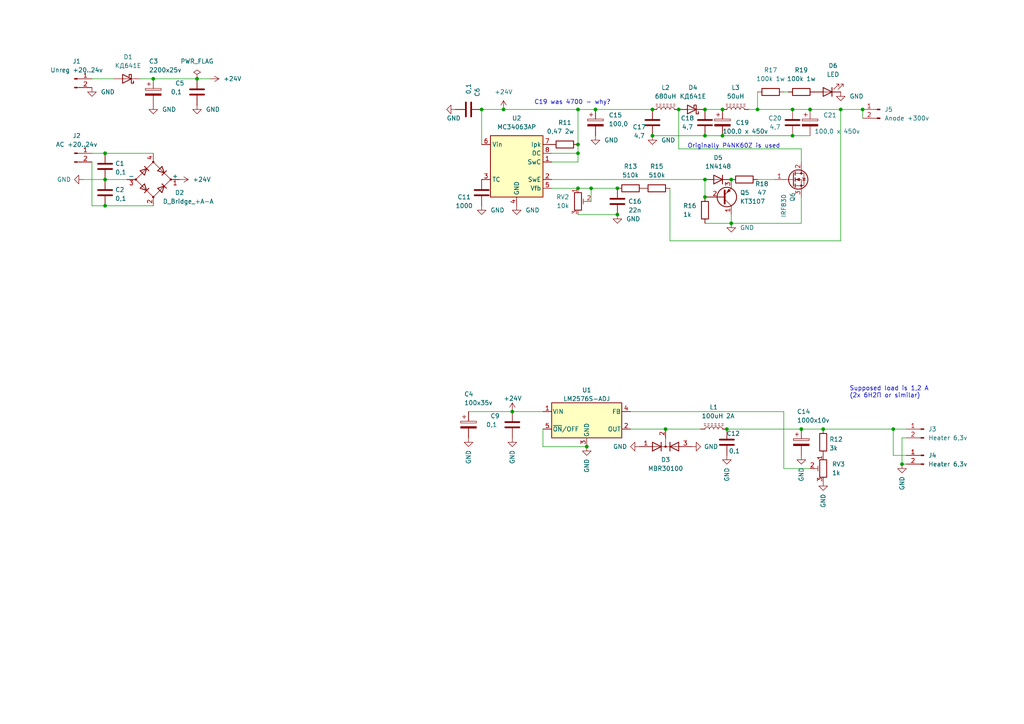
<source format=kicad_sch>
(kicad_sch (version 20211123) (generator eeschema)
  (paper "A4")
  (lib_symbols
    (symbol "Connector:Conn_01x02_Male" (pin_names (offset 1.016) hide)
      (property "Reference" "J" (at 0 2.54 0))
      (property "Value" "Conn_01x02_Male" (at 0 -5.08 0))
      (symbol "Conn_01x02_Male_1_1"
        (polyline (pts (xy 1.27 -2.54) (xy 0.8636 -2.54)) (stroke (width 0.1524)))
        (polyline (pts (xy 1.27 0) (xy 0.8636 0)) (stroke (width 0.1524)))
        (rectangle (start 0.8636 -2.413) (end 0 -2.667) (stroke (width 0.1524)) (fill (type outline)))
        (rectangle (start 0.8636 0.127) (end 0 -0.127) (stroke (width 0.1524)) (fill (type outline)))
        (pin passive line (at 5.08 0 180) (length 3.81) (name "Pin_1") (number "1"))
        (pin passive line (at 5.08 -2.54 180) (length 3.81) (name "Pin_2") (number "2"))
      )
    )
    (symbol "Device:C" (pin_numbers hide) (pin_names (offset 0.254))
      (property "Reference" "C" (at 0.635 2.54 0))
      (property "Value" "C" (at 0.635 -2.54 0))
      (symbol "C_0_1"
        (polyline (pts (xy -2.032 -0.762) (xy 2.032 -0.762)) (stroke (width 0.508)))
        (polyline (pts (xy -2.032 0.762) (xy 2.032 0.762)) (stroke (width 0.508)))
      )
      (symbol "C_1_1"
        (pin passive line (at 0 3.81 270) (length 2.794) (name "~") (number "1"))
        (pin passive line (at 0 -3.81 90) (length 2.794) (name "~") (number "2"))
      )
    )
    (symbol "Device:C_Polarized" (pin_numbers hide) (pin_names (offset 0.254))
      (property "Reference" "C" (at 0.635 2.54 0))
      (property "Value" "C_Polarized" (at 0.635 -2.54 0))
      (symbol "C_Polarized_0_1"
        (rectangle (start -2.286 0.508) (end 2.286 1.016))
        (polyline (pts (xy -1.778 2.286) (xy -0.762 2.286)))
        (polyline (pts (xy -1.27 2.794) (xy -1.27 1.778)))
        (rectangle (start 2.286 -0.508) (end -2.286 -1.016) (fill (type outline)))
      )
      (symbol "C_Polarized_1_1"
        (pin passive line (at 0 3.81 270) (length 2.794) (name "~") (number "1"))
        (pin passive line (at 0 -3.81 90) (length 2.794) (name "~") (number "2"))
      )
    )
    (symbol "Device:D_Bridge_+A-A" (pin_names (offset 0))
      (property "Reference" "D" (at 2.54 6.985 0))
      (property "Value" "D_Bridge_+A-A" (at 2.54 5.08 0))
      (symbol "D_Bridge_+A-A_0_1"
        (circle (center -5.08 0) (radius 0.254) (fill (type outline)))
        (circle (center 0 -5.08) (radius 0.254) (fill (type outline)))
        (polyline (pts (xy -2.54 3.81) (xy -1.27 2.54)) (stroke (width 0.254)))
        (polyline (pts (xy -1.27 -2.54) (xy -2.54 -3.81)) (stroke (width 0.254)))
        (polyline (pts (xy 2.54 -1.27) (xy 3.81 -2.54)) (stroke (width 0.254)))
        (polyline (pts (xy 2.54 1.27) (xy 3.81 2.54)) (stroke (width 0.254)))
        (polyline (pts (xy -3.81 2.54) (xy -2.54 1.27) (xy -1.905 3.175) (xy -3.81 2.54)) (stroke (width 0.254)))
        (polyline (pts (xy -2.54 -1.27) (xy -3.81 -2.54) (xy -1.905 -3.175) (xy -2.54 -1.27)) (stroke (width 0.254)))
        (polyline (pts (xy 1.27 2.54) (xy 2.54 3.81) (xy 3.175 1.905) (xy 1.27 2.54)) (stroke (width 0.254)))
        (polyline (pts (xy 3.175 -1.905) (xy 1.27 -2.54) (xy 2.54 -3.81) (xy 3.175 -1.905)) (stroke (width 0.254)))
        (polyline (pts (xy -5.08 0) (xy 0 -5.08) (xy 5.08 0) (xy 0 5.08) (xy -5.08 0)))
        (circle (center 0 5.08) (radius 0.254) (fill (type outline)))
        (circle (center 5.08 0) (radius 0.254) (fill (type outline)))
      )
      (symbol "D_Bridge_+A-A_1_1"
        (pin passive line (at 7.62 0 180) (length 2.54) (name "+") (number "1"))
        (pin passive line (at 0 -7.62 90) (length 2.54) (name "~") (number "2"))
        (pin passive line (at -7.62 0 0) (length 2.54) (name "-") (number "3"))
        (pin passive line (at 0 7.62 270) (length 2.54) (name "~") (number "4"))
      )
    )
    (symbol "Device:D_Dual_CommonCathode_AKA" (pin_names (offset 0.762) hide)
      (property "Reference" "D" (at 1.27 -2.54 0))
      (property "Value" "D_Dual_CommonCathode_AKA" (at 0 2.54 0))
      (symbol "D_Dual_CommonCathode_AKA_0_1"
        (polyline (pts (xy 0 0) (xy 0 -2.54)))
        (polyline (pts (xy 3.81 0) (xy -3.81 0)))
        (polyline (pts (xy -1.27 -1.27) (xy -1.27 1.27) (xy -1.27 1.27)) (stroke (width 0.254)))
        (polyline (pts (xy 1.27 -1.27) (xy 1.27 1.27) (xy 1.27 1.27)) (stroke (width 0.254)))
        (polyline (pts (xy -3.81 1.27) (xy -1.27 0) (xy -3.81 -1.27) (xy -3.81 1.27) (xy -3.81 1.27) (xy -3.81 1.27)) (stroke (width 0.254)))
        (polyline (pts (xy 3.81 -1.27) (xy 1.27 0) (xy 3.81 1.27) (xy 3.81 -1.27) (xy 3.81 -1.27) (xy 3.81 -1.27)) (stroke (width 0.254)))
        (circle (center 0 0) (radius 0.254) (fill (type outline)))
        (pin passive line (at -7.62 0 0) (length 3.81) (name "A") (number "1"))
        (pin passive line (at 0 -5.08 90) (length 2.54) (name "K") (number "2"))
        (pin passive line (at 7.62 0 180) (length 3.81) (name "A") (number "3"))
      )
    )
    (symbol "Device:D_Schottky" (pin_numbers hide) (pin_names (offset 1.016) hide)
      (property "Reference" "D" (at 0 2.54 0))
      (property "Value" "D_Schottky" (at 0 -2.54 0))
      (symbol "D_Schottky_0_1"
        (polyline (pts (xy 1.27 0) (xy -1.27 0)))
        (polyline (pts (xy 1.27 1.27) (xy 1.27 -1.27) (xy -1.27 0) (xy 1.27 1.27)) (stroke (width 0.254)))
        (polyline (pts (xy -1.905 0.635) (xy -1.905 1.27) (xy -1.27 1.27) (xy -1.27 -1.27) (xy -0.635 -1.27) (xy -0.635 -0.635)) (stroke (width 0.254)))
      )
      (symbol "D_Schottky_1_1"
        (pin passive line (at -3.81 0 0) (length 2.54) (name "K") (number "1"))
        (pin passive line (at 3.81 0 180) (length 2.54) (name "A") (number "2"))
      )
    )
    (symbol "Device:LED" (pin_numbers hide) (pin_names (offset 1.016) hide)
      (property "Reference" "D" (at 0 2.54 0))
      (property "Value" "LED" (at 0 -2.54 0))
      (symbol "LED_0_1"
        (polyline (pts (xy -1.27 -1.27) (xy -1.27 1.27)) (stroke (width 0.254)))
        (polyline (pts (xy -1.27 0) (xy 1.27 0)))
        (polyline (pts (xy 1.27 -1.27) (xy 1.27 1.27) (xy -1.27 0) (xy 1.27 -1.27)) (stroke (width 0.254)))
        (polyline (pts (xy -3.048 -0.762) (xy -4.572 -2.286) (xy -3.81 -2.286) (xy -4.572 -2.286) (xy -4.572 -1.524)))
        (polyline (pts (xy -1.778 -0.762) (xy -3.302 -2.286) (xy -2.54 -2.286) (xy -3.302 -2.286) (xy -3.302 -1.524)))
      )
      (symbol "LED_1_1"
        (pin passive line (at -3.81 0 0) (length 2.54) (name "K") (number "1"))
        (pin passive line (at 3.81 0 180) (length 2.54) (name "A") (number "2"))
      )
    )
    (symbol "Device:L_Ferrite" (pin_numbers hide) (pin_names (offset 1.016) hide)
      (property "Reference" "L" (at -1.27 0 90))
      (property "Value" "L_Ferrite" (at 2.794 0 90))
      (symbol "L_Ferrite_0_1"
        (arc (start 0 -2.54) (mid 0.635 -1.905) (end 0 -1.27))
        (arc (start 0 -1.27) (mid 0.635 -0.635) (end 0 0))
        (polyline (pts (xy 1.016 -2.794) (xy 1.016 -2.286)))
        (polyline (pts (xy 1.016 -1.778) (xy 1.016 -1.27)))
        (polyline (pts (xy 1.016 -0.762) (xy 1.016 -0.254)))
        (polyline (pts (xy 1.016 0.254) (xy 1.016 0.762)))
        (polyline (pts (xy 1.016 1.27) (xy 1.016 1.778)))
        (polyline (pts (xy 1.016 2.286) (xy 1.016 2.794)))
        (polyline (pts (xy 1.524 -2.286) (xy 1.524 -2.794)))
        (polyline (pts (xy 1.524 -1.27) (xy 1.524 -1.778)))
        (polyline (pts (xy 1.524 -0.254) (xy 1.524 -0.762)))
        (polyline (pts (xy 1.524 0.762) (xy 1.524 0.254)))
        (polyline (pts (xy 1.524 1.778) (xy 1.524 1.27)))
        (polyline (pts (xy 1.524 2.794) (xy 1.524 2.286)))
        (arc (start 0 0) (mid 0.635 0.635) (end 0 1.27))
        (arc (start 0 1.27) (mid 0.635 1.905) (end 0 2.54))
      )
      (symbol "L_Ferrite_1_1"
        (pin passive line (at 0 3.81 270) (length 1.27) (name "1") (number "1"))
        (pin passive line (at 0 -3.81 90) (length 1.27) (name "2") (number "2"))
      )
    )
    (symbol "Device:Q_NMOS_GDS" (pin_names (offset 0) hide)
      (property "Reference" "Q" (at 5.08 1.27 0))
      (property "Value" "Q_NMOS_GDS" (at 5.08 -1.27 0))
      (symbol "Q_NMOS_GDS_0_1"
        (polyline (pts (xy 0.254 0) (xy -2.54 0)))
        (polyline (pts (xy 0.254 1.905) (xy 0.254 -1.905)) (stroke (width 0.254)))
        (polyline (pts (xy 0.762 -1.27) (xy 0.762 -2.286)) (stroke (width 0.254)))
        (polyline (pts (xy 0.762 0.508) (xy 0.762 -0.508)) (stroke (width 0.254)))
        (polyline (pts (xy 0.762 2.286) (xy 0.762 1.27)) (stroke (width 0.254)))
        (polyline (pts (xy 2.54 2.54) (xy 2.54 1.778)))
        (polyline (pts (xy 2.54 -2.54) (xy 2.54 0) (xy 0.762 0)))
        (polyline (pts (xy 0.762 -1.778) (xy 3.302 -1.778) (xy 3.302 1.778) (xy 0.762 1.778)))
        (polyline (pts (xy 1.016 0) (xy 2.032 0.381) (xy 2.032 -0.381) (xy 1.016 0)) (fill (type outline)))
        (polyline (pts (xy 2.794 0.508) (xy 2.921 0.381) (xy 3.683 0.381) (xy 3.81 0.254)))
        (polyline (pts (xy 3.302 0.381) (xy 2.921 -0.254) (xy 3.683 -0.254) (xy 3.302 0.381)))
        (circle (center 1.651 0) (radius 2.794) (stroke (width 0.254)))
        (circle (center 2.54 -1.778) (radius 0.254) (fill (type outline)))
        (circle (center 2.54 1.778) (radius 0.254) (fill (type outline)))
      )
      (symbol "Q_NMOS_GDS_1_1"
        (pin input line (at -5.08 0 0) (length 2.54) (name "G") (number "1"))
        (pin passive line (at 2.54 5.08 270) (length 2.54) (name "D") (number "2"))
        (pin passive line (at 2.54 -5.08 90) (length 2.54) (name "S") (number "3"))
      )
    )
    (symbol "Device:Q_PNP_CBE" (pin_names (offset 0) hide)
      (property "Reference" "Q" (at 5.08 1.27 0))
      (property "Value" "Q_PNP_CBE" (at 5.08 -1.27 0))
      (symbol "Q_PNP_CBE_0_1"
        (polyline (pts (xy 0.635 0.635) (xy 2.54 2.54)))
        (polyline (pts (xy 0.635 -0.635) (xy 2.54 -2.54) (xy 2.54 -2.54)))
        (polyline (pts (xy 0.635 1.905) (xy 0.635 -1.905) (xy 0.635 -1.905)) (stroke (width 0.508)))
        (polyline (pts (xy 2.286 -1.778) (xy 1.778 -2.286) (xy 1.27 -1.27) (xy 2.286 -1.778) (xy 2.286 -1.778)) (fill (type outline)))
        (circle (center 1.27 0) (radius 2.8194) (stroke (width 0.254)))
      )
      (symbol "Q_PNP_CBE_1_1"
        (pin passive line (at 2.54 5.08 270) (length 2.54) (name "C") (number "1"))
        (pin input line (at -5.08 0 0) (length 5.715) (name "B") (number "2"))
        (pin passive line (at 2.54 -5.08 90) (length 2.54) (name "E") (number "3"))
      )
    )
    (symbol "Device:R" (pin_numbers hide) (pin_names (offset 0))
      (property "Reference" "R" (at 2.032 0 90))
      (property "Value" "R" (at 0 0 90))
      (symbol "R_0_1"
        (rectangle (start -1.016 -2.54) (end 1.016 2.54) (stroke (width 0.254)))
      )
      (symbol "R_1_1"
        (pin passive line (at 0 3.81 270) (length 1.27) (name "~") (number "1"))
        (pin passive line (at 0 -3.81 90) (length 1.27) (name "~") (number "2"))
      )
    )
    (symbol "Device:R_Potentiometer_Trim" (pin_names (offset 1.016) hide)
      (property "Reference" "RV" (at -4.445 0 90))
      (property "Value" "R_Potentiometer_Trim" (at -2.54 0 90))
      (symbol "R_Potentiometer_Trim_0_1"
        (polyline (pts (xy 1.524 0.762) (xy 1.524 -0.762)))
        (polyline (pts (xy 2.54 0) (xy 1.524 0)))
        (rectangle (start 1.016 2.54) (end -1.016 -2.54) (stroke (width 0.254)))
      )
      (symbol "R_Potentiometer_Trim_1_1"
        (pin passive line (at 0 3.81 270) (length 1.27) (name "1") (number "1"))
        (pin passive line (at 3.81 0 180) (length 1.27) (name "2") (number "2"))
        (pin passive line (at 0 -3.81 90) (length 1.27) (name "3") (number "3"))
      )
    )
    (symbol "Diode:1N4148" (pin_numbers hide) (pin_names hide)
      (property "Reference" "D" (at 0 2.54 0))
      (property "Value" "1N4148" (at 0 -2.54 0))
      (symbol "1N4148_0_1"
        (polyline (pts (xy -1.27 1.27) (xy -1.27 -1.27)) (stroke (width 0.254)))
        (polyline (pts (xy 1.27 0) (xy -1.27 0)))
        (polyline (pts (xy 1.27 1.27) (xy 1.27 -1.27) (xy -1.27 0) (xy 1.27 1.27)) (stroke (width 0.254)))
      )
      (symbol "1N4148_1_1"
        (pin passive line (at -3.81 0 0) (length 2.54) (name "K") (number "1"))
        (pin passive line (at 3.81 0 180) (length 2.54) (name "A") (number "2"))
      )
    )
    (symbol "Regulator_Switching:LM2576S-ADJ" (pin_names (offset 0.254))
      (property "Reference" "U" (at -10.16 6.35 0))
      (property "Value" "LM2576S-ADJ" (at 0 6.35 0))
      (symbol "LM2576S-ADJ_0_1"
        (rectangle (start -10.16 5.08) (end 10.16 -5.08) (stroke (width 0.254)) (fill (type background)))
      )
      (symbol "LM2576S-ADJ_1_1"
        (pin power_in line (at -12.7 2.54 0) (length 2.54) (name "VIN") (number "1"))
        (pin output line (at 12.7 -2.54 180) (length 2.54) (name "OUT") (number "2"))
        (pin power_in line (at 0 -7.62 90) (length 2.54) (name "GND") (number "3"))
        (pin input line (at 12.7 2.54 180) (length 2.54) (name "FB") (number "4"))
        (pin input line (at -12.7 -2.54 0) (length 2.54) (name "~{ON}/OFF") (number "5"))
      )
    )
    (symbol "Regulator_Switching:MC34063AP"
      (property "Reference" "U" (at -7.62 8.89 0))
      (property "Value" "MC34063AP" (at 0 8.89 0))
      (symbol "MC34063AP_0_1"
        (rectangle (start -7.62 7.62) (end 7.62 -10.16) (stroke (width 0.254)) (fill (type background)))
      )
      (symbol "MC34063AP_1_1"
        (pin open_collector line (at 10.16 0 180) (length 2.54) (name "SwC") (number "1"))
        (pin open_emitter line (at 10.16 -5.08 180) (length 2.54) (name "SwE") (number "2"))
        (pin passive line (at -10.16 -5.08 0) (length 2.54) (name "TC") (number "3"))
        (pin power_in line (at 0 -12.7 90) (length 2.54) (name "GND") (number "4"))
        (pin input line (at 10.16 -7.62 180) (length 2.54) (name "Vfb") (number "5"))
        (pin power_in line (at -10.16 5.08 0) (length 2.54) (name "Vin") (number "6"))
        (pin input line (at 10.16 5.08 180) (length 2.54) (name "Ipk") (number "7"))
        (pin open_collector line (at 10.16 2.54 180) (length 2.54) (name "DC") (number "8"))
      )
    )
    (symbol "power:+24V" (power) (pin_names (offset 0))
      (property "Value" "+24V" (at 0 3.556 0))
      (symbol "+24V_0_1"
        (polyline (pts (xy -0.762 1.27) (xy 0 2.54)))
        (polyline (pts (xy 0 0) (xy 0 2.54)))
        (polyline (pts (xy 0 2.54) (xy 0.762 1.27)))
      )
      (symbol "+24V_1_1"
        (pin power_in line (at 0 0 90) (length 0) hide (name "+24V") (number "1"))
      )
    )
    (symbol "power:GND" (power) (pin_names (offset 0))
      (property "Value" "GND" (at 0 -3.81 0))
      (symbol "GND_0_1"
        (polyline (pts (xy 0 0) (xy 0 -1.27) (xy 1.27 -1.27) (xy 0 -2.54) (xy -1.27 -1.27) (xy 0 -1.27)))
      )
      (symbol "GND_1_1"
        (pin power_in line (at 0 0 270) (length 0) hide (name "GND") (number "1"))
      )
    )
    (symbol "power:PWR_FLAG" (power) (pin_numbers hide) (pin_names (offset 0) hide)
      (property "Value" "PWR_FLAG" (at 0 3.81 0))
      (symbol "PWR_FLAG_0_0"
        (pin power_out line (at 0 0 90) (length 0) (name "pwr") (number "1"))
      )
      (symbol "PWR_FLAG_0_1"
        (polyline (pts (xy 0 0) (xy 0 1.27) (xy -1.016 1.905) (xy 0 2.54) (xy 1.016 1.905) (xy 0 1.27)))
      )
    )
  )
  (junction (at 209.55 31.75))
  (junction (at 179.07 62.23))
  (junction (at 30.48 52.07))
  (junction (at 261.62 134.62))
  (junction (at 250.19 31.75))
  (junction (at 259.08 124.46))
  (junction (at 146.05 31.75))
  (junction (at 204.47 57.15))
  (junction (at 167.64 31.75))
  (junction (at 209.55 39.37))
  (junction (at 171.45 54.61))
  (junction (at 210.82 124.46))
  (junction (at 243.84 31.75))
  (junction (at 167.64 41.91))
  (junction (at 229.87 39.37))
  (junction (at 167.64 54.61))
  (junction (at 193.04 124.46))
  (junction (at 212.09 64.77))
  (junction (at 179.07 54.61))
  (junction (at 219.71 31.75))
  (junction (at 204.47 31.75))
  (junction (at 204.47 39.37))
  (junction (at 189.23 39.37))
  (junction (at 189.23 31.75))
  (junction (at 167.64 44.45))
  (junction (at 196.85 31.75))
  (junction (at 170.18 129.54))
  (junction (at 229.87 31.75))
  (junction (at 234.95 31.75))
  (junction (at 204.47 52.07))
  (junction (at 44.45 22.86))
  (junction (at 30.48 59.69))
  (junction (at 57.15 22.86))
  (junction (at 212.09 52.07))
  (junction (at 238.76 124.46))
  (junction (at 232.41 124.46))
  (junction (at 172.72 31.75))
  (junction (at 148.59 119.38))
  (junction (at 30.48 44.45))
  (junction (at 139.7 31.75))
  (wire (pts (xy 204.47 39.37) (xy 209.55 39.37)))
  (wire (pts (xy 219.71 26.67) (xy 219.71 31.75)))
  (wire (pts (xy 157.48 124.46) (xy 157.48 129.54)))
  (wire (pts (xy 160.02 52.07) (xy 204.47 52.07)))
  (wire (pts (xy 232.41 57.15) (xy 232.41 64.77)))
  (wire (pts (xy 227.33 119.38) (xy 182.88 119.38)))
  (wire (pts (xy 259.08 124.46) (xy 238.76 124.46)))
  (wire (pts (xy 196.85 43.18) (xy 232.41 43.18)))
  (wire (pts (xy 227.33 26.67) (xy 228.6 26.67)))
  (wire (pts (xy 157.48 129.54) (xy 170.18 129.54)))
  (wire (pts (xy 44.45 59.69) (xy 30.48 59.69)))
  (wire (pts (xy 227.33 135.89) (xy 227.33 119.38)))
  (wire (pts (xy 135.89 119.38) (xy 148.59 119.38)))
  (wire (pts (xy 171.45 54.61) (xy 171.45 58.42)))
  (wire (pts (xy 229.87 39.37) (xy 234.95 39.37)))
  (wire (pts (xy 234.95 31.75) (xy 243.84 31.75)))
  (wire (pts (xy 219.71 31.75) (xy 229.87 31.75)))
  (wire (pts (xy 172.72 31.75) (xy 189.23 31.75)))
  (wire (pts (xy 262.89 132.08) (xy 259.08 132.08)))
  (wire (pts (xy 196.85 43.18) (xy 196.85 31.75)))
  (wire (pts (xy 194.31 54.61) (xy 194.31 69.85)))
  (wire (pts (xy 243.84 31.75) (xy 250.19 31.75)))
  (wire (pts (xy 217.17 31.75) (xy 219.71 31.75)))
  (wire (pts (xy 259.08 124.46) (xy 262.89 124.46)))
  (wire (pts (xy 57.15 22.86) (xy 60.96 22.86)))
  (wire (pts (xy 203.2 124.46) (xy 193.04 124.46)))
  (wire (pts (xy 229.87 31.75) (xy 234.95 31.75)))
  (wire (pts (xy 259.08 132.08) (xy 259.08 124.46)))
  (wire (pts (xy 194.31 69.85) (xy 243.84 69.85)))
  (wire (pts (xy 189.23 39.37) (xy 204.47 39.37)))
  (wire (pts (xy 219.71 52.07) (xy 224.79 52.07)))
  (wire (pts (xy 30.48 59.69) (xy 26.67 59.69)))
  (wire (pts (xy 30.48 44.45) (xy 44.45 44.45)))
  (wire (pts (xy 26.67 44.45) (xy 30.48 44.45)))
  (wire (pts (xy 44.45 22.86) (xy 57.15 22.86)))
  (wire (pts (xy 26.67 59.69) (xy 26.67 46.99)))
  (wire (pts (xy 160.02 54.61) (xy 167.64 54.61)))
  (wire (pts (xy 139.7 41.91) (xy 139.7 31.75)))
  (wire (pts (xy 24.13 52.07) (xy 30.48 52.07)))
  (wire (pts (xy 261.62 127) (xy 262.89 127)))
  (wire (pts (xy 212.09 64.77) (xy 212.09 62.23)))
  (wire (pts (xy 182.88 124.46) (xy 193.04 124.46)))
  (wire (pts (xy 204.47 64.77) (xy 212.09 64.77)))
  (wire (pts (xy 209.55 39.37) (xy 229.87 39.37)))
  (wire (pts (xy 250.19 31.75) (xy 250.19 34.29)))
  (wire (pts (xy 204.47 52.07) (xy 204.47 57.15)))
  (wire (pts (xy 171.45 54.61) (xy 179.07 54.61)))
  (wire (pts (xy 238.76 124.46) (xy 232.41 124.46)))
  (wire (pts (xy 204.47 31.75) (xy 209.55 31.75)))
  (wire (pts (xy 243.84 31.75) (xy 243.84 69.85)))
  (wire (pts (xy 167.64 62.23) (xy 179.07 62.23)))
  (wire (pts (xy 148.59 119.38) (xy 157.48 119.38)))
  (wire (pts (xy 210.82 124.46) (xy 232.41 124.46)))
  (wire (pts (xy 261.62 134.62) (xy 261.62 127)))
  (wire (pts (xy 167.64 44.45) (xy 167.64 41.91)))
  (wire (pts (xy 160.02 46.99) (xy 167.64 46.99)))
  (wire (pts (xy 167.64 31.75) (xy 172.72 31.75)))
  (wire (pts (xy 167.64 46.99) (xy 167.64 44.45)))
  (wire (pts (xy 26.67 22.86) (xy 33.02 22.86)))
  (wire (pts (xy 146.05 31.75) (xy 167.64 31.75)))
  (wire (pts (xy 30.48 52.07) (xy 36.83 52.07)))
  (wire (pts (xy 40.64 22.86) (xy 44.45 22.86)))
  (wire (pts (xy 232.41 64.77) (xy 212.09 64.77)))
  (wire (pts (xy 262.89 134.62) (xy 261.62 134.62)))
  (wire (pts (xy 167.64 31.75) (xy 167.64 41.91)))
  (wire (pts (xy 160.02 44.45) (xy 167.64 44.45)))
  (wire (pts (xy 139.7 31.75) (xy 146.05 31.75)))
  (wire (pts (xy 167.64 54.61) (xy 171.45 54.61)))
  (wire (pts (xy 234.95 135.89) (xy 227.33 135.89)))
  (wire (pts (xy 232.41 43.18) (xy 232.41 46.99)))
  (text "C19 was 4700 - why?" (at 154.94 30.48 0) (effects (font (size 1.27 1.27)) (justify left bottom)))
  (text "Originally P4NK60Z is used" (at 199.39 43.18 0) (effects (font (size 1.27 1.27)) (justify left bottom)))
  (text "Supposed load is 1,2 A\n(2x 6Н2П or similar)" (at 246.38 115.57 0) (effects (font (size 1.27 1.27)) (justify left bottom)))
  (symbol (lib_id "power:GND") (at 132.08 31.75 270) (unit 1)
    (property "Reference" "#PWR02" (effects hide))
    (property "Value" "GND" (at 129.54 34.29 90) (effects (justify left)))
  )
  (symbol (lib_id "Regulator_Switching:MC34063AP") (at 149.86 46.99 0) (unit 1)
    (property "Reference" "U2" (at 149.86 34.29 0))
    (property "Value" "MC34063AP" (at 149.86 36.83 0))
    (property "Footprint" "Package_DIP:DIP-8_W7.62mm" (effects hide))
    (property "Datasheet" "http://www.onsemi.com/pub_link/Collateral/MC34063A-D.PDF" (effects hide))
  )
  (symbol (lib_id "Device:R") (at 190.5 54.61 90) (unit 1)
    (property "Reference" "R15" (at 190.5 48.26 90))
    (property "Value" "510k" (at 190.5 50.8 90))
    (property "Footprint" "Resistor_THT:R_Axial_DIN0309_L9.0mm_D3.2mm_P12.70mm_Horizontal" (effects hide))
  )
  (symbol (lib_id "power:GND") (at 44.45 30.48 0) (unit 1)
    (property "Reference" "#PWR06" (effects hide))
    (property "Value" "GND" (at 46.99 31.7499 0) (effects (justify left)))
  )
  (symbol (lib_id "Device:C") (at 57.15 26.67 0) (unit 1)
    (property "Reference" "C5" (at 50.8 24.13 0) (effects (justify left)))
    (property "Value" "0,1" (at 49.53 26.67 0) (effects (justify left)))
    (property "Footprint" "Capacitor_SMD:C_1206_3216Metric_Pad1.33x1.80mm_HandSolder" (effects hide))
  )
  (symbol (lib_id "power:GND") (at 24.13 52.07 270) (unit 1)
    (property "Reference" "#PWR01" (effects hide))
    (property "Value" "GND" (at 16.51 52.07 90) (effects (justify left)))
  )
  (symbol (lib_id "Device:D_Schottky") (at 200.66 31.75 180) (unit 1)
    (property "Reference" "D4" (at 200.9775 25.4 0))
    (property "Value" "КД641Е" (at 200.9775 27.94 0))
    (property "Footprint" "Package_TO_SOT_THT:TO-220-2_Vertical" (effects hide))
  )
  (symbol (lib_id "Device:R_Potentiometer_Trim") (at 238.76 135.89 0) (mirror y) (unit 1)
    (property "Reference" "RV3" (at 241.3 134.6199 0) (effects (justify right)))
    (property "Value" "1k" (at 241.3 137.1599 0) (effects (justify right)))
    (property "Footprint" "Potentiometer_THT:Potentiometer_Runtron_RM-065_Vertical" (effects hide))
  )
  (symbol (lib_id "power:GND") (at 26.67 25.4 0) (unit 1)
    (property "Reference" "#PWR03" (effects hide))
    (property "Value" "GND" (at 29.21 26.6699 0) (effects (justify left)))
  )
  (symbol (lib_id "power:GND") (at 243.84 26.67 0) (unit 1)
    (property "Reference" "#PWR036" (effects hide))
    (property "Value" "GND" (at 246.38 27.9399 0) (effects (justify left)))
  )
  (symbol (lib_id "power:GND") (at 139.7 59.69 0) (unit 1)
    (property "Reference" "#PWR024" (effects hide))
    (property "Value" "GND" (at 142.24 60.9599 0) (effects (justify left)))
  )
  (symbol (lib_id "Connector:Conn_01x02_Male") (at 21.59 44.45 0) (unit 1)
    (property "Reference" "J2" (at 22.225 39.37 0))
    (property "Value" "AC +20..24v" (at 22.225 41.91 0))
    (property "Footprint" "Connector_PinHeader_2.54mm:PinHeader_1x02_P2.54mm_Vertical" (effects hide))
  )
  (symbol (lib_id "Device:R") (at 238.76 128.27 180) (unit 1)
    (property "Reference" "R12" (at 240.538 127.4353 0) (effects (justify right)))
    (property "Value" "3k" (at 240.538 129.9722 0) (effects (justify right)))
    (property "Footprint" "Resistor_SMD:R_1206_3216Metric_Pad1.30x1.75mm_HandSolder" (effects hide))
  )
  (symbol (lib_id "Device:C") (at 189.23 35.56 180) (unit 1)
    (property "Reference" "C17" (at 185.42 36.83 0))
    (property "Value" "4,7" (at 185.42 39.37 0))
    (property "Footprint" "Capacitor_SMD:C_0805_2012Metric_Pad1.18x1.45mm_HandSolder" (effects hide))
  )
  (symbol (lib_id "power:+24V") (at 52.07 52.07 270) (unit 1)
    (property "Reference" "#PWR07" (effects hide))
    (property "Value" "+24V" (at 55.88 52.0699 90) (effects (justify left)))
  )
  (symbol (lib_id "power:GND") (at 212.09 64.77 0) (unit 1)
    (property "Reference" "#PWR035" (effects hide))
    (property "Value" "GND" (at 214.63 66.0399 0) (effects (justify left)))
  )
  (symbol (lib_id "power:GND") (at 200.66 129.54 90) (unit 1)
    (property "Reference" "#PWR022" (effects hide))
    (property "Value" "GND" (at 208.28 129.54 90) (effects (justify left)))
  )
  (symbol (lib_id "Device:C_Polarized") (at 135.89 123.19 0) (unit 1)
    (property "Reference" "C4" (at 134.62 114.3 0) (effects (justify left)))
    (property "Value" "100x35v" (at 134.62 116.84 0) (effects (justify left)))
    (property "Footprint" "Capacitor_THT:CP_Radial_D10.0mm_P5.00mm" (effects hide))
  )
  (symbol (lib_id "power:GND") (at 170.18 129.54 0) (unit 1)
    (property "Reference" "#PWR0102" (effects hide))
    (property "Value" "GND" (at 170.18 137.16 90) (effects (justify left)))
  )
  (symbol (lib_id "Device:L_Ferrite") (at 207.01 124.46 90) (unit 1)
    (property "Reference" "L1" (at 207.01 118.11 90))
    (property "Value" "100uH 2A" (at 208.28 120.65 90))
    (property "Footprint" "Inductor_THT:L_Toroid_Vertical_L14.7mm_W8.6mm_P5.58mm_Pulse_KM-1" (effects hide))
  )
  (symbol (lib_id "power:GND") (at 238.76 139.7 0) (unit 1)
    (property "Reference" "#PWR030" (effects hide))
    (property "Value" "GND" (at 238.76 147.32 90) (effects (justify left)))
  )
  (symbol (lib_id "Device:C_Polarized") (at 44.45 26.67 0) (unit 1)
    (property "Reference" "C3" (at 43.18 17.78 0) (effects (justify left)))
    (property "Value" "2200x25v" (at 43.18 20.32 0) (effects (justify left)))
    (property "Footprint" "Capacitor_THT:CP_Radial_D13.0mm_P5.00mm" (effects hide))
  )
  (symbol (lib_id "Device:C_Polarized") (at 232.41 128.27 0) (unit 1)
    (property "Reference" "C14" (at 231.14 119.38 0) (effects (justify left)))
    (property "Value" "1000x10v" (at 231.14 121.92 0) (effects (justify left)))
    (property "Footprint" "Capacitor_THT:CP_Radial_D13.0mm_P5.00mm" (effects hide))
  )
  (symbol (lib_id "Device:D_Dual_CommonCathode_AKA") (at 193.04 129.54 0) (mirror x) (unit 1)
    (property "Reference" "D3" (at 193.04 133.35 0))
    (property "Value" "MBR30100" (at 193.04 135.89 0))
    (property "Footprint" "Package_TO_SOT_THT:TO-220-3_Vertical" (effects hide))
  )
  (symbol (lib_id "power:GND") (at 148.59 127 0) (unit 1)
    (property "Reference" "#PWR019" (effects hide))
    (property "Value" "GND" (at 148.59 134.62 90) (effects (justify left)))
  )
  (symbol (lib_id "power:GND") (at 135.89 127 0) (unit 1)
    (property "Reference" "#PWR0101" (effects hide))
    (property "Value" "GND" (at 135.89 134.62 90) (effects (justify left)))
  )
  (symbol (lib_id "power:GND") (at 179.07 62.23 0) (unit 1)
    (property "Reference" "#PWR032" (effects hide))
    (property "Value" "GND" (at 181.61 63.4999 0) (effects (justify left)))
  )
  (symbol (lib_id "power:GND") (at 189.23 39.37 0) (unit 1)
    (property "Reference" "#PWR034" (effects hide))
    (property "Value" "GND" (at 191.77 40.6399 0) (effects (justify left)))
  )
  (symbol (lib_id "Device:C_Polarized") (at 209.55 35.56 0) (unit 1)
    (property "Reference" "C19" (at 213.36 35.56 0) (effects (justify left)))
    (property "Value" "100,0 x 450v" (at 209.55 38.1 0) (effects (justify left)))
    (property "Footprint" "Capacitor_THT:CP_Radial_D22.0mm_P10.00mm_SnapIn" (effects hide))
  )
  (symbol (lib_id "Device:LED") (at 240.03 26.67 180) (unit 1)
    (property "Reference" "D6" (at 241.6175 19.05 0))
    (property "Value" "LED" (at 241.6175 21.59 0))
    (property "Footprint" "LED_SMD:LED_1206_3216Metric_Pad1.42x1.75mm_HandSolder" (effects hide))
  )
  (symbol (lib_id "Device:R") (at 215.9 52.07 90) (unit 1)
    (property "Reference" "R18" (at 220.98 53.34 90))
    (property "Value" "47" (at 220.98 55.88 90))
    (property "Footprint" "Resistor_THT:R_Axial_DIN0414_L11.9mm_D4.5mm_P5.08mm_Vertical" (effects hide))
  )
  (symbol (lib_id "Device:C") (at 139.7 55.88 180) (unit 1)
    (property "Reference" "C11" (at 134.62 57.15 0))
    (property "Value" "1000" (at 134.62 59.69 0))
    (property "Footprint" "Capacitor_SMD:C_0805_2012Metric_Pad1.18x1.45mm_HandSolder" (effects hide))
  )
  (symbol (lib_id "Connector:Conn_01x02_Male") (at 21.59 22.86 0) (unit 1)
    (property "Reference" "J1" (at 22.225 17.78 0))
    (property "Value" "Unreg +20..24v" (at 22.225 20.32 0))
    (property "Footprint" "Connector_PinHeader_2.54mm:PinHeader_1x02_P2.54mm_Vertical" (effects hide))
  )
  (symbol (lib_id "Device:R") (at 182.88 54.61 90) (unit 1)
    (property "Reference" "R13" (at 182.88 48.26 90))
    (property "Value" "510k" (at 182.88 50.8 90))
    (property "Footprint" "Resistor_THT:R_Axial_DIN0309_L9.0mm_D3.2mm_P12.70mm_Horizontal" (effects hide))
  )
  (symbol (lib_id "Device:C") (at 210.82 128.27 180) (unit 1)
    (property "Reference" "C12" (at 214.63 125.73 0) (effects (justify left)))
    (property "Value" "0,1" (at 214.63 130.81 0) (effects (justify left)))
    (property "Footprint" "Capacitor_SMD:C_1206_3216Metric_Pad1.33x1.80mm_HandSolder" (effects hide))
  )
  (symbol (lib_id "Device:C") (at 179.07 58.42 180) (unit 1)
    (property "Reference" "C16" (at 184.15 58.42 0))
    (property "Value" "22n" (at 184.15 60.96 0))
    (property "Footprint" "Capacitor_SMD:C_0805_2012Metric_Pad1.18x1.45mm_HandSolder" (effects hide))
  )
  (symbol (lib_id "Connector:Conn_01x02_Male") (at 255.27 31.75 0) (mirror y) (unit 1)
    (property "Reference" "J5" (at 256.54 31.7499 0) (effects (justify right)))
    (property "Value" "Anode +300v" (at 256.54 34.2899 0) (effects (justify right)))
    (property "Footprint" "Connector_PinHeader_2.54mm:PinHeader_1x02_P2.54mm_Vertical" (effects hide))
  )
  (symbol (lib_id "Device:R") (at 163.83 41.91 90) (unit 1)
    (property "Reference" "R11" (at 163.83 35.56 90))
    (property "Value" "0,47 2w" (at 162.56 38.1 90))
    (property "Footprint" "Resistor_THT:R_Axial_DIN0411_L9.9mm_D3.6mm_P5.08mm_Vertical" (effects hide))
  )
  (symbol (lib_id "Device:D_Schottky") (at 36.83 22.86 180) (unit 1)
    (property "Reference" "D1" (at 37.1475 16.51 0))
    (property "Value" "КД641Е" (at 37.1475 19.05 0))
    (property "Footprint" "Package_TO_SOT_THT:TO-220-2_Vertical" (effects hide))
  )
  (symbol (lib_id "Device:C") (at 204.47 35.56 180) (unit 1)
    (property "Reference" "C18" (at 199.39 34.29 0))
    (property "Value" "4,7" (at 199.39 36.83 0))
    (property "Footprint" "Capacitor_SMD:C_0805_2012Metric_Pad1.18x1.45mm_HandSolder" (effects hide))
  )
  (symbol (lib_id "Device:R") (at 232.41 26.67 90) (unit 1)
    (property "Reference" "R19" (at 232.41 20.32 90))
    (property "Value" "100k 1w" (at 232.41 22.86 90))
    (property "Footprint" "Resistor_THT:R_Axial_DIN0309_L9.0mm_D3.2mm_P12.70mm_Horizontal" (effects hide))
  )
  (symbol (lib_id "power:GND") (at 232.41 132.08 0) (unit 1)
    (property "Reference" "#PWR029" (effects hide))
    (property "Value" "GND" (at 232.41 139.7 90) (effects (justify left)))
  )
  (symbol (lib_id "Device:R") (at 223.52 26.67 90) (unit 1)
    (property "Reference" "R17" (at 223.52 20.32 90))
    (property "Value" "100k 1w" (at 223.52 22.86 90))
    (property "Footprint" "Resistor_THT:R_Axial_DIN0309_L9.0mm_D3.2mm_P12.70mm_Horizontal" (effects hide))
  )
  (symbol (lib_id "Device:D_Bridge_+A-A") (at 44.45 52.07 0) (unit 1)
    (property "Reference" "D2" (at 52.07 55.88 0))
    (property "Value" "D_Bridge_+A-A" (at 54.61 58.42 0))
    (property "Footprint" "Diode_THT:Diode_Bridge_Round_D9.0mm" (effects hide))
  )
  (symbol (lib_id "Device:C_Polarized") (at 234.95 35.56 0) (unit 1)
    (property "Reference" "C21" (at 238.76 33.4009 0) (effects (justify left)))
    (property "Value" "100,0 x 450v" (at 236.22 38.1 0) (effects (justify left)))
    (property "Footprint" "Capacitor_THT:CP_Radial_D22.0mm_P10.00mm_SnapIn" (effects hide))
  )
  (symbol (lib_id "Device:C") (at 148.59 123.19 0) (unit 1)
    (property "Reference" "C9" (at 142.24 120.65 0) (effects (justify left)))
    (property "Value" "0,1" (at 140.97 123.19 0) (effects (justify left)))
    (property "Footprint" "Capacitor_SMD:C_1206_3216Metric_Pad1.33x1.80mm_HandSolder" (effects hide))
  )
  (symbol (lib_id "Diode:1N4148") (at 208.28 52.07 180) (unit 1)
    (property "Reference" "D5" (at 208.28 45.72 0))
    (property "Value" "1N4148" (at 208.28 48.26 0))
    (property "Footprint" "Diode_THT:D_DO-35_SOD27_P2.54mm_Vertical_KathodeUp" (effects hide))
    (property "Datasheet" "https://assets.nexperia.com/documents/data-sheet/1N4148_1N4448.pdf" (effects hide))
  )
  (symbol (lib_id "power:GND") (at 57.15 30.48 0) (unit 1)
    (property "Reference" "#PWR09" (effects hide))
    (property "Value" "GND" (at 59.69 31.7499 0) (effects (justify left)))
  )
  (symbol (lib_id "Device:Q_PNP_CBE") (at 209.55 57.15 0) (mirror x) (unit 1)
    (property "Reference" "Q5" (at 214.63 55.8799 0) (effects (justify left)))
    (property "Value" "KT3107" (at 214.63 58.4199 0) (effects (justify left)))
    (property "Footprint" "Package_TO_SOT_THT:TO-92" (effects hide))
  )
  (symbol (lib_id "power:GND") (at 185.42 129.54 270) (unit 1)
    (property "Reference" "#PWR020" (effects hide))
    (property "Value" "GND" (at 177.8 129.54 90) (effects (justify left)))
  )
  (symbol (lib_id "power:+24V") (at 60.96 22.86 270) (unit 1)
    (property "Reference" "#PWR012" (effects hide))
    (property "Value" "+24V" (at 64.77 22.8599 90) (effects (justify left)))
  )
  (symbol (lib_id "Device:C_Polarized") (at 172.72 35.56 0) (unit 1)
    (property "Reference" "C15" (at 176.53 33.4009 0) (effects (justify left)))
    (property "Value" "100,0" (at 176.53 35.9409 0) (effects (justify left)))
    (property "Footprint" "Capacitor_THT:CP_Radial_D10.0mm_P2.50mm_P5.00mm" (effects hide))
  )
  (symbol (lib_id "power:+24V") (at 148.59 119.38 0) (unit 1)
    (property "Reference" "#PWR021" (effects hide))
    (property "Value" "+24V" (at 146.05 115.57 0) (effects (justify left)))
  )
  (symbol (lib_id "power:GND") (at 149.86 59.69 0) (unit 1)
    (property "Reference" "#PWR027" (effects hide))
    (property "Value" "GND" (at 152.4 60.9599 0) (effects (justify left)))
  )
  (symbol (lib_id "Device:L_Ferrite") (at 213.36 31.75 90) (unit 1)
    (property "Reference" "L3" (at 213.36 25.4 90))
    (property "Value" "50uH" (at 213.36 27.94 90))
    (property "Footprint" "Inductor_THT:L_Radial_D10.0mm_P5.00mm_Fastron_07M" (effects hide))
  )
  (symbol (lib_id "Device:Q_NMOS_GDS") (at 229.87 52.07 0) (unit 1)
    (property "Reference" "Q6" (at 229.87 57.15 90))
    (property "Value" "IRF830" (at 227.33 59.69 90))
    (property "Footprint" "Package_TO_SOT_THT:TO-220-3_Vertical" (effects hide))
  )
  (symbol (lib_id "Device:L_Ferrite") (at 193.04 31.75 90) (unit 1)
    (property "Reference" "L2" (at 193.04 25.4 90))
    (property "Value" "680uH" (at 193.04 27.94 90))
    (property "Footprint" "Inductor_THT:L_Radial_D10.0mm_P5.00mm_Fastron_07M" (effects hide))
  )
  (symbol (lib_id "Connector:Conn_01x02_Male") (at 267.97 124.46 0) (mirror y) (unit 1)
    (property "Reference" "J3" (at 269.24 124.4599 0) (effects (justify right)))
    (property "Value" "Heater 6,3v" (at 269.24 126.9999 0) (effects (justify right)))
    (property "Footprint" "Connector_PinHeader_2.54mm:PinHeader_1x02_P2.54mm_Vertical" (effects hide))
  )
  (symbol (lib_id "power:GND") (at 261.62 134.62 0) (unit 1)
    (property "Reference" "#PWR033" (effects hide))
    (property "Value" "GND" (at 261.62 142.24 90) (effects (justify left)))
  )
  (symbol (lib_id "Device:C") (at 135.89 31.75 270) (unit 1)
    (property "Reference" "C6" (at 138.43 25.4 0) (effects (justify left)))
    (property "Value" "0,1" (at 135.89 24.13 0) (effects (justify left)))
    (property "Footprint" "Capacitor_SMD:C_1206_3216Metric_Pad1.33x1.80mm_HandSolder" (effects hide))
  )
  (symbol (lib_id "power:GND") (at 210.82 132.08 0) (unit 1)
    (property "Reference" "#PWR025" (effects hide))
    (property "Value" "GND" (at 210.82 139.7 90) (effects (justify left)))
  )
  (symbol (lib_id "Regulator_Switching:LM2576S-ADJ") (at 170.18 121.92 0) (unit 1)
    (property "Reference" "U1" (at 170.18 113.1402 0))
    (property "Value" "LM2576S-ADJ" (at 170.18 115.6771 0))
    (property "Footprint" "Package_TO_SOT_SMD:TO-263-5_TabPin3" (effects hide))
    (property "Datasheet" "http://www.ti.com/lit/ds/symlink/lm2576.pdf" (effects hide))
  )
  (symbol (lib_id "Device:R") (at 204.47 60.96 0) (unit 1)
    (property "Reference" "R16" (at 198.12 59.69 0) (effects (justify left)))
    (property "Value" "1k" (at 198.12 62.23 0) (effects (justify left)))
    (property "Footprint" "Resistor_SMD:R_1206_3216Metric_Pad1.30x1.75mm_HandSolder" (effects hide))
  )
  (symbol (lib_id "Device:C") (at 30.48 55.88 0) (unit 1)
    (property "Reference" "C2" (at 33.401 55.0453 0) (effects (justify left)))
    (property "Value" "0,1" (at 33.401 57.5822 0) (effects (justify left)))
    (property "Footprint" "Capacitor_THT:C_Rect_L13.0mm_W6.0mm_P10.00mm_FKS3_FKP3_MKS4" (effects hide))
  )
  (symbol (lib_id "power:GND") (at 172.72 39.37 0) (unit 1)
    (property "Reference" "#PWR031" (effects hide))
    (property "Value" "GND" (at 175.26 40.6399 0) (effects (justify left)))
  )
  (symbol (lib_id "Connector:Conn_01x02_Male") (at 267.97 132.08 0) (mirror y) (unit 1)
    (property "Reference" "J4" (at 269.24 132.0799 0) (effects (justify right)))
    (property "Value" "Heater 6,3v" (at 269.24 134.6199 0) (effects (justify right)))
    (property "Footprint" "Connector_PinHeader_2.54mm:PinHeader_1x02_P2.54mm_Vertical" (effects hide))
  )
  (symbol (lib_id "Device:C") (at 229.87 35.56 180) (unit 1)
    (property "Reference" "C20" (at 224.79 34.29 0))
    (property "Value" "4,7" (at 224.79 36.83 0))
    (property "Footprint" "Capacitor_SMD:C_0805_2012Metric_Pad1.18x1.45mm_HandSolder" (effects hide))
  )
  (symbol (lib_id "Device:R_Potentiometer_Trim") (at 167.64 58.42 0) (unit 1)
    (property "Reference" "RV2" (at 165.1 57.1499 0) (effects (justify right)))
    (property "Value" "10k" (at 165.1 59.6899 0) (effects (justify right)))
    (property "Footprint" "Potentiometer_THT:Potentiometer_Runtron_RM-065_Vertical" (effects hide))
  )
  (symbol (lib_id "power:PWR_FLAG") (at 57.15 22.86 0) (unit 1)
    (property "Reference" "#FLG0101" (effects hide))
    (property "Value" "PWR_FLAG" (at 57.15 17.78 0))
  )
  (symbol (lib_id "Device:C") (at 30.48 48.26 0) (unit 1)
    (property "Reference" "C1" (at 33.401 47.4253 0) (effects (justify left)))
    (property "Value" "0,1" (at 33.401 49.9622 0) (effects (justify left)))
    (property "Footprint" "Capacitor_THT:C_Rect_L13.0mm_W6.0mm_P10.00mm_FKS3_FKP3_MKS4" (effects hide))
  )
  (symbol (lib_id "power:+24V") (at 146.05 31.75 0) (unit 1)
    (property "Reference" "#PWR026" (effects hide))
    (property "Value" "+24V" (at 146.05 26.67 0))
  )
)
</source>
